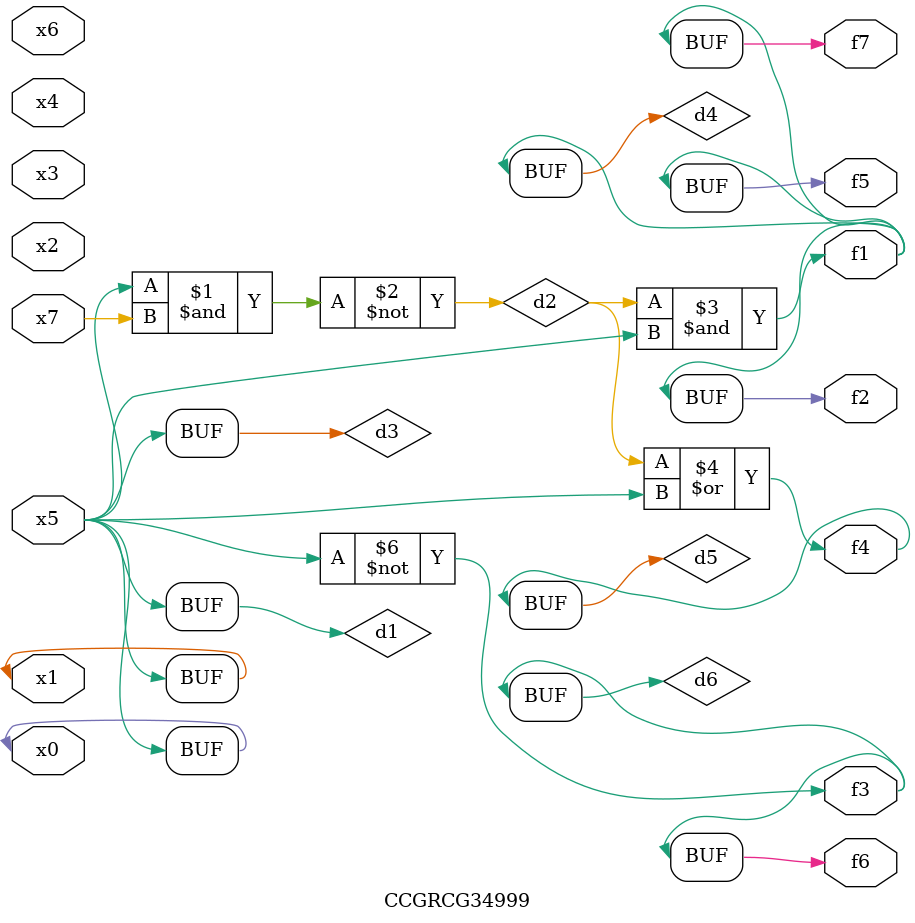
<source format=v>
module CCGRCG34999(
	input x0, x1, x2, x3, x4, x5, x6, x7,
	output f1, f2, f3, f4, f5, f6, f7
);

	wire d1, d2, d3, d4, d5, d6;

	buf (d1, x0, x5);
	nand (d2, x5, x7);
	buf (d3, x0, x1);
	and (d4, d2, d3);
	or (d5, d2, d3);
	nor (d6, d1, d3);
	assign f1 = d4;
	assign f2 = d4;
	assign f3 = d6;
	assign f4 = d5;
	assign f5 = d4;
	assign f6 = d6;
	assign f7 = d4;
endmodule

</source>
